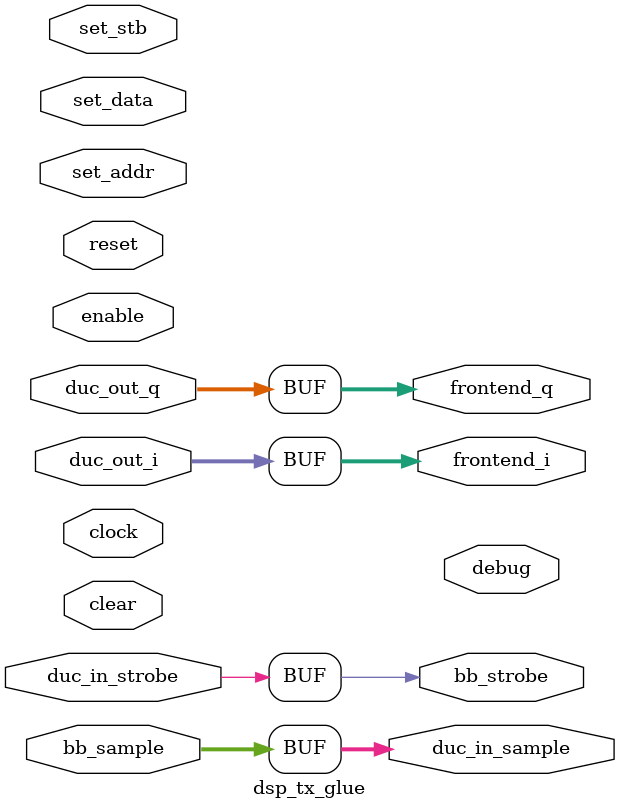
<source format=v>


module dsp_tx_glue
#(
    //the dsp unit number: 0, 1, 2...
    parameter DSPNO = 0,

    //frontend bus width
    parameter WIDTH = 24
)
(
    //control signals
    input clock, input reset, input clear, input enable,

    //user settings bus, controlled through user setting regs API
    input set_stb, input [7:0] set_addr, input [31:0] set_data,

    //full rate outputs directly to the TX frontend
    output [WIDTH-1:0] frontend_i,
    output [WIDTH-1:0] frontend_q,

    //full rate outputs directly from the DUC chain
    input [WIDTH-1:0] duc_out_i,
    input [WIDTH-1:0] duc_out_q,

    //strobed samples {I16,Q16} to the TX DUC chain
    output [31:0] duc_in_sample,
    input duc_in_strobe, //this is a backpressure signal

    //strobbed baseband samples {I16,Q16} to this module
    input [31:0] bb_sample,
    output bb_strobe, //this is a backpressure signal

    //debug output (optional)
    output [31:0] debug
);

    generate
        if (DSPNO==0) begin
            `ifndef TX_DSP0_MODULE
            assign frontend_i = duc_out_i;
            assign frontend_q = duc_out_q;
            assign duc_in_sample = bb_sample;
            assign bb_strobe = duc_in_strobe;
            `else
            TX_DSP0_MODULE tx_dsp0_custom
            (
                .clock(clock), .reset(reset), .clear(clear), .enable(enable),
                .set_stb(set_stb), .set_addr(set_addr), .set_data(set_data),
                .frontend_i(frontend_i), .frontend_q(frontend_q),
                .duc_out_i(duc_out_i), .duc_out_q(duc_out_q),
                .duc_in_sample(duc_in_sample), .duc_in_strobe(duc_in_strobe),
                .bb_sample(bb_sample), .bb_strobe(bb_strobe)
            );
            `endif
        end
        else begin
            `ifndef TX_DSP1_MODULE
            assign frontend_i = duc_out_i;
            assign frontend_q = duc_out_q;
            assign duc_in_sample = bb_sample;
            assign bb_strobe = duc_in_strobe;
            `else
            TX_DSP1_MODULE tx_dsp1_custom
            (
                .clock(clock), .reset(reset), .clear(clear), .enable(enable),
                .set_stb(set_stb), .set_addr(set_addr), .set_data(set_data),
                .frontend_i(frontend_i), .frontend_q(frontend_q),
                .duc_out_i(duc_out_i), .duc_out_q(duc_out_q),
                .duc_in_sample(duc_in_sample), .duc_in_strobe(duc_in_strobe),
                .bb_sample(bb_sample), .bb_strobe(bb_strobe)
            );
            `endif
        end
    endgenerate

endmodule //dsp_tx_glue

</source>
